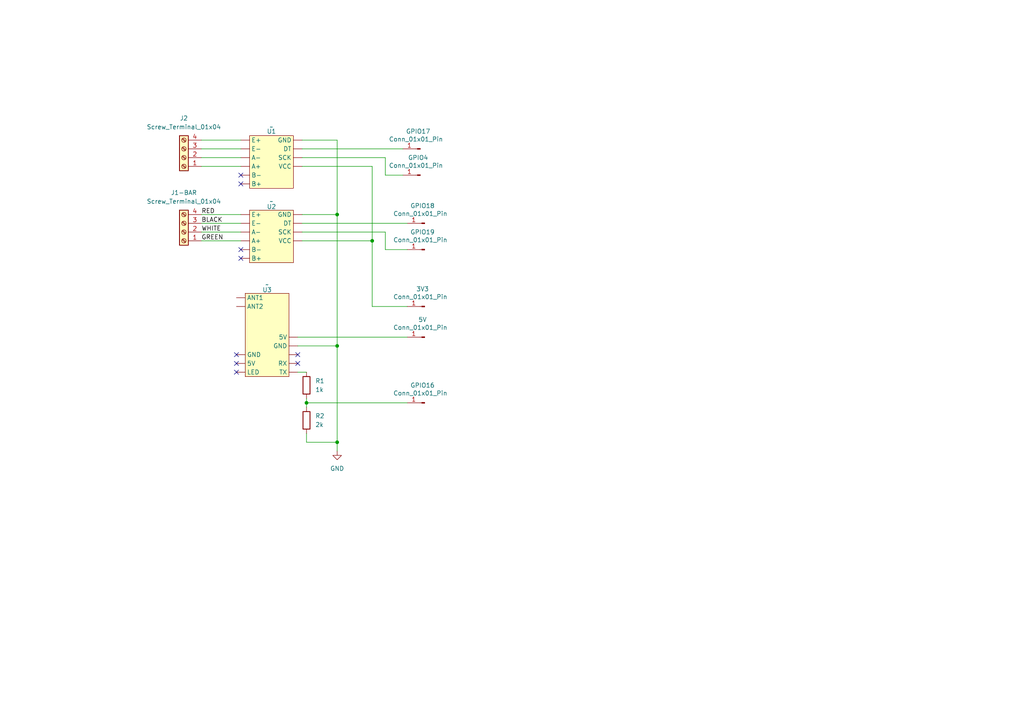
<source format=kicad_sch>
(kicad_sch (version 20250114) (generator "eeschema") (generator_version "9.0")
  (paper "A4")
  (lib_symbols
    (symbol "Connector:Conn_01x01_Pin" (pin_names (offset 1.016) (hide yes))
      (property "Reference" "J" (at 0 2.54 0))
      (property "Value" "Conn_01x01_Pin" (at 0 -2.54 0))
      (symbol "Conn_01x01_Pin_1_1"
        (rectangle (start 0.8636 0.127) (end 0 -0.127) (stroke (width 0.1524)) (fill (type outline)))
        (polyline (pts (xy 1.27 0) (xy 0.8636 0)) (stroke (width 0.1524)))
        (pin passive line (at 5.08 0 180) (length 3.81) (name "Pin_1") (number "1"))
      )
    )
    (symbol "Connector:Screw_Terminal_01x04" (pin_names (offset 1.016) (hide yes))
      (property "Reference" "J" (at 0 5.08 0))
      (property "Value" "Screw_Terminal_01x04" (at 0 -7.62 0))
      (symbol "Screw_Terminal_01x04_1_1"
        (rectangle (start -1.27 3.81) (end 1.27 -6.35) (stroke (width 0.254)) (fill (type background)))
        (polyline (pts (xy -0.5334 2.8702) (xy 0.3302 2.032)) (stroke (width 0.1524)))
        (polyline (pts (xy -0.5334 0.3302) (xy 0.3302 -0.508)) (stroke (width 0.1524)))
        (polyline (pts (xy -0.5334 -2.2098) (xy 0.3302 -3.048)) (stroke (width 0.1524)))
        (polyline (pts (xy -0.5334 -4.7498) (xy 0.3302 -5.588)) (stroke (width 0.1524)))
        (polyline (pts (xy -0.3556 3.048) (xy 0.508 2.2098)) (stroke (width 0.1524)))
        (polyline (pts (xy -0.3556 0.508) (xy 0.508 -0.3302)) (stroke (width 0.1524)))
        (polyline (pts (xy -0.3556 -2.032) (xy 0.508 -2.8702)) (stroke (width 0.1524)))
        (polyline (pts (xy -0.3556 -4.572) (xy 0.508 -5.4102)) (stroke (width 0.1524)))
        (circle (center 0 2.54) (radius 0.635) (stroke (width 0.1524)))
        (circle (center 0 0) (radius 0.635) (stroke (width 0.1524)))
        (circle (center 0 -2.54) (radius 0.635) (stroke (width 0.1524)))
        (circle (center 0 -5.08) (radius 0.635) (stroke (width 0.1524)))
        (pin passive line (at -5.08 2.54 0) (length 3.81) (name "Pin_1") (number "1"))
        (pin passive line (at -5.08 0 0) (length 3.81) (name "Pin_2") (number "2"))
        (pin passive line (at -5.08 -2.54 0) (length 3.81) (name "Pin_3") (number "3"))
        (pin passive line (at -5.08 -5.08 0) (length 3.81) (name "Pin_4") (number "4"))
      )
    )
    (symbol "Device:R" (pin_numbers (hide yes)) (pin_names (offset 0))
      (property "Reference" "R" (at 2.032 0 90))
      (property "Value" "R" (at 0 0 90))
      (symbol "R_0_1"
        (rectangle (start -1.016 -2.54) (end 1.016 2.54) (stroke (width 0.254)))
      )
      (symbol "R_1_1"
        (pin passive line (at 0 3.81 270) (length 1.27) (name "~") (number "1"))
        (pin passive line (at 0 -3.81 90) (length 1.27) (name "~") (number "2"))
      )
    )
    (symbol "HX711-module_1"
      (property "Reference" "U" (at -0.254 8.636 0))
      (symbol "HX711-module_1_1_1"
        (rectangle (start -6.35 7.62) (end 6.35 -7.62) (fill (type background)))
        (pin input line (at -8.89 6.35 0) (length 2.54) (name "E+") (number ""))
        (pin input line (at -8.89 3.81 0) (length 2.54) (name "E-") (number ""))
        (pin input line (at -8.89 1.27 0) (length 2.54) (name "A-") (number ""))
        (pin input line (at -8.89 -1.27 0) (length 2.54) (name "A+") (number ""))
        (pin input line (at -8.89 -3.81 0) (length 2.54) (name "B-") (number ""))
        (pin input line (at -8.89 -6.35 0) (length 2.54) (name "B+") (number ""))
        (pin input line (at 8.89 6.35 180) (length 2.54) (name "GND") (number ""))
        (pin input line (at 8.89 3.81 180) (length 2.54) (name "DT") (number ""))
        (pin input line (at 8.89 1.27 180) (length 2.54) (name "SCK") (number ""))
        (pin input line (at 8.89 -1.27 180) (length 2.54) (name "VCC") (number ""))
      )
    )
    (symbol "MCU_HX711_module:HX711-module"
      (property "Reference" "U" (at -0.254 8.636 0))
      (symbol "HX711-module_1_1"
        (rectangle (start -6.35 7.62) (end 6.35 -7.62) (fill (type background)))
        (pin input line (at -8.89 6.35 0) (length 2.54) (name "E+") (number ""))
        (pin input line (at -8.89 3.81 0) (length 2.54) (name "E-") (number ""))
        (pin input line (at -8.89 1.27 0) (length 2.54) (name "A-") (number ""))
        (pin input line (at -8.89 -1.27 0) (length 2.54) (name "A+") (number ""))
        (pin input line (at -8.89 -3.81 0) (length 2.54) (name "B-") (number ""))
        (pin input line (at -8.89 -6.35 0) (length 2.54) (name "B+") (number ""))
        (pin input line (at 8.89 6.35 180) (length 2.54) (name "GND") (number ""))
        (pin input line (at 8.89 3.81 180) (length 2.54) (name "DT") (number ""))
        (pin input line (at 8.89 1.27 180) (length 2.54) (name "SCK") (number ""))
        (pin input line (at 8.89 -1.27 180) (length 2.54) (name "VCC") (number ""))
      )
    )
    (symbol "MCU_RDM6300_module:RDM6300-module"
      (property "Reference" "U" (at -10.668 7.62 0))
      (symbol "RDM6300-module_1_1"
        (rectangle (start -11.43 6.35) (end 12.7 -6.35) (fill (type background)))
        (pin input line (at -10.16 -8.89 90) (length 2.54) (name "ANT1") (number ""))
        (pin input line (at -7.62 -8.89 90) (length 2.54) (name "ANT2") (number ""))
        (pin input line (at 1.27 8.89 270) (length 2.54) (name "5V") (number ""))
        (pin input line (at 3.81 8.89 270) (length 2.54) (name "GND") (number ""))
        (pin input line (at 6.35 8.89 270) (length 2.54) (name "") (number ""))
        (pin input line (at 6.35 -8.89 90) (length 2.54) (name "GND") (number ""))
        (pin input line (at 8.89 8.89 270) (length 2.54) (name "RX") (number ""))
        (pin input line (at 8.89 -8.89 90) (length 2.54) (name "5V") (number ""))
        (pin input line (at 11.43 8.89 270) (length 2.54) (name "TX") (number ""))
        (pin input line (at 11.43 -8.89 90) (length 2.54) (name "LED") (number ""))
      )
    )
    (symbol "power:GND" (power) (pin_numbers (hide yes)) (pin_names (offset 0) (hide yes))
      (property "Value" "GND" (at 0 -3.81 0))
      (symbol "GND_0_1"
        (polyline (pts (xy 0 0) (xy 0 -1.27) (xy 1.27 -1.27) (xy 0 -2.54) (xy -1.27 -1.27) (xy 0 -1.27)))
      )
      (symbol "GND_1_1"
        (pin power_in line (at 0 0 270) (length 0) (name "~") (number "1"))
      )
    )
  )
  (junction (at 107.95 69.85))
  (junction (at 97.79 100.33))
  (junction (at 88.9 116.84))
  (junction (at 97.79 62.23))
  (junction (at 97.79 128.27))
  (no_connect (at 86.36 102.87))
  (no_connect (at 68.58 107.95))
  (no_connect (at 69.85 72.39))
  (no_connect (at 68.58 105.41))
  (no_connect (at 69.85 74.93))
  (no_connect (at 68.58 102.87))
  (no_connect (at 69.85 50.8))
  (no_connect (at 86.36 105.41))
  (no_connect (at 69.85 53.34))
  (wire (pts (xy 58.42 43.18) (xy 69.85 43.18)))
  (wire (pts (xy 58.42 67.31) (xy 69.85 67.31)))
  (wire (pts (xy 97.79 40.64) (xy 97.79 62.23)))
  (wire (pts (xy 87.63 62.23) (xy 97.79 62.23)))
  (wire (pts (xy 58.42 64.77) (xy 69.85 64.77)))
  (wire (pts (xy 88.9 125.73) (xy 88.9 128.27)))
  (wire (pts (xy 86.36 100.33) (xy 97.79 100.33)))
  (wire (pts (xy 97.79 40.64) (xy 87.63 40.64)))
  (wire (pts (xy 86.36 107.95) (xy 88.9 107.95)))
  (wire (pts (xy 58.42 69.85) (xy 69.85 69.85)))
  (wire (pts (xy 111.76 72.39) (xy 118.11 72.39)))
  (wire (pts (xy 88.9 128.27) (xy 97.79 128.27)))
  (wire (pts (xy 97.79 62.23) (xy 97.79 100.33)))
  (wire (pts (xy 87.63 48.26) (xy 107.95 48.26)))
  (wire (pts (xy 87.63 64.77) (xy 118.11 64.77)))
  (wire (pts (xy 97.79 100.33) (xy 97.79 128.27)))
  (wire (pts (xy 87.63 67.31) (xy 111.76 67.31)))
  (wire (pts (xy 111.76 67.31) (xy 111.76 72.39)))
  (wire (pts (xy 86.36 97.79) (xy 118.11 97.79)))
  (wire (pts (xy 58.42 45.72) (xy 69.85 45.72)))
  (wire (pts (xy 97.79 128.27) (xy 97.79 130.81)))
  (wire (pts (xy 107.95 69.85) (xy 107.95 88.9)))
  (wire (pts (xy 58.42 62.23) (xy 69.85 62.23)))
  (wire (pts (xy 88.9 116.84) (xy 88.9 118.11)))
  (wire (pts (xy 111.76 50.8) (xy 116.84 50.8)))
  (wire (pts (xy 87.63 45.72) (xy 111.76 45.72)))
  (wire (pts (xy 111.76 45.72) (xy 111.76 50.8)))
  (wire (pts (xy 87.63 43.18) (xy 116.84 43.18)))
  (wire (pts (xy 88.9 116.84) (xy 118.11 116.84)))
  (wire (pts (xy 58.42 48.26) (xy 69.85 48.26)))
  (wire (pts (xy 107.95 48.26) (xy 107.95 69.85)))
  (wire (pts (xy 107.95 88.9) (xy 118.11 88.9)))
  (wire (pts (xy 88.9 115.57) (xy 88.9 116.84)))
  (wire (pts (xy 87.63 69.85) (xy 107.95 69.85)))
  (wire (pts (xy 58.42 40.64) (xy 69.85 40.64)))
  (label "WHITE" (at 58.42 67.31 0))
  (label "GREEN" (at 58.42 69.85 0))
  (label "BLACK" (at 58.42 64.77 0))
  (label "RED" (at 58.42 62.23 0))
  (symbol (lib_id "Connector:Conn_01x01_Pin") (at 121.92 43.18 180) (unit 1)
    (property "Reference" "GPIO17" (at 121.285 38.1 0))
    (property "Value" "Conn_01x01_Pin" (at 120.65 40.386 0))
    (property "Description" "Generic connector, single row, 01x01, script generated" (effects (hide yes)))
  )
  (symbol (lib_id "Connector:Conn_01x01_Pin") (at 123.19 72.39 180) (unit 1)
    (property "Reference" "GPIO19" (at 122.555 67.31 0))
    (property "Value" "Conn_01x01_Pin" (at 121.92 69.596 0))
    (property "Description" "Generic connector, single row, 01x01, script generated" (effects (hide yes)))
  )
  (symbol (lib_id "power:GND") (at 97.79 130.81 0) (unit 1)
    (property "Reference" "#PWR01" (effects (hide yes)))
    (property "Value" "GND" (at 97.79 135.89 0))
    (property "Description" "Power symbol creates a global label with name \"GND\" , ground" (effects (hide yes)))
  )
  (symbol (lib_id "Device:R") (at 88.9 111.76 0) (unit 1)
    (property "Reference" "R1" (at 91.44 110.4899 0) (effects (justify left)))
    (property "Value" "1k" (at 91.44 113.0299 0) (effects (justify left)))
    (property "Description" "Resistor" (effects (hide yes)))
  )
  (symbol (lib_id "Device:R") (at 88.9 121.92 0) (unit 1)
    (property "Reference" "R2" (at 91.44 120.6499 0) (effects (justify left)))
    (property "Value" "2k" (at 91.44 123.1899 0) (effects (justify left)))
    (property "Description" "Resistor" (effects (hide yes)))
  )
  (symbol (lib_id "Connector:Conn_01x01_Pin") (at 123.19 116.84 180) (unit 1)
    (property "Reference" "GPIO16" (at 122.555 111.76 0))
    (property "Value" "Conn_01x01_Pin" (at 121.92 114.046 0))
    (property "Description" "Generic connector, single row, 01x01, script generated" (effects (hide yes)))
  )
  (symbol (lib_id "Connector:Conn_01x01_Pin") (at 123.19 64.77 180) (unit 1)
    (property "Reference" "GPIO18" (at 122.555 59.69 0))
    (property "Value" "Conn_01x01_Pin" (at 121.92 61.976 0))
    (property "Description" "Generic connector, single row, 01x01, script generated" (effects (hide yes)))
  )
  (symbol (lib_id "MCU_HX711_module:HX711-module") (at 78.74 46.99 0) (unit 1)
    (property "Reference" "U1" (at 78.74 38.1 0))
    (property "Value" "~" (at 78.74 36.83 0))
  )
  (symbol (lib_id "Connector:Conn_01x01_Pin") (at 123.19 97.79 180) (unit 1)
    (property "Reference" "5V" (at 122.555 92.71 0))
    (property "Value" "Conn_01x01_Pin" (at 121.92 94.996 0))
    (property "Description" "Generic connector, single row, 01x01, script generated" (effects (hide yes)))
  )
  (symbol (lib_id "Connector:Conn_01x01_Pin") (at 123.19 88.9 180) (unit 1)
    (property "Reference" "3V3" (at 122.555 83.82 0))
    (property "Value" "Conn_01x01_Pin" (at 121.92 86.106 0))
    (property "Description" "Generic connector, single row, 01x01, script generated" (effects (hide yes)))
  )
  (symbol (lib_id "Connector:Screw_Terminal_01x04") (at 53.34 67.31 180) (unit 1)
    (property "Reference" "J1-BAR" (at 53.34 55.88 0))
    (property "Value" "Screw_Terminal_01x04" (at 53.34 58.42 0))
    (property "Description" "Generic screw terminal, single row, 01x04, script generated (kicad-library-utils/schlib/autogen/connector/)" (effects (hide yes)))
  )
  (symbol (lib_id "Connector:Screw_Terminal_01x04") (at 53.34 45.72 180) (unit 1)
    (property "Reference" "J2" (at 53.34 34.29 0))
    (property "Value" "Screw_Terminal_01x04" (at 53.34 36.83 0))
    (property "Description" "Generic screw terminal, single row, 01x04, script generated (kicad-library-utils/schlib/autogen/connector/)" (effects (hide yes)))
  )
  (symbol (lib_id "MCU_RDM6300_module:RDM6300-module") (at 77.47 96.52 270) (unit 1)
    (property "Reference" "U3" (at 77.47 84.074 90))
    (property "Value" "~" (at 77.47 82.55 90))
  )
  (symbol (lib_id "Connector:Conn_01x01_Pin") (at 121.92 50.8 180) (unit 1)
    (property "Reference" "GPIO4" (at 121.285 45.72 0))
    (property "Value" "Conn_01x01_Pin" (at 120.65 48.006 0))
    (property "Description" "Generic connector, single row, 01x01, script generated" (effects (hide yes)))
  )
  (symbol (lib_name "HX711-module_1") (lib_id "MCU_HX711_module:HX711-module") (at 78.74 68.58 0) (unit 1)
    (property "Reference" "U2" (at 78.74 59.944 0))
    (property "Value" "~" (at 78.74 58.42 0))
  )
)
</source>
